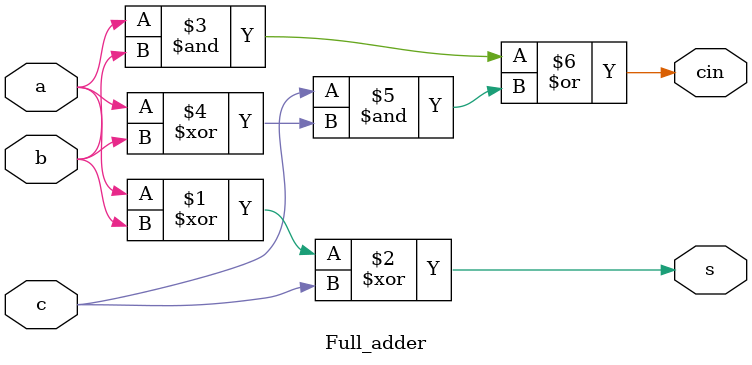
<source format=v>
module Full_adder(a,b,c,s,cin);
input a,b,c;
output s,cin;
assign s=a^b^c;
assign cin=a&b|c&(a^b);
endmodule



</source>
